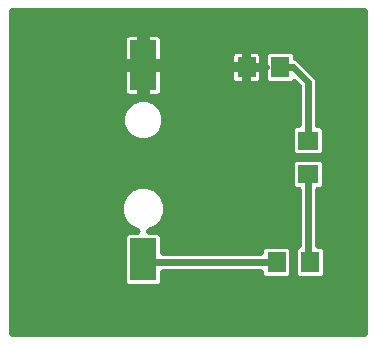
<source format=gbr>
G04 EAGLE Gerber RS-274X export*
G75*
%MOMM*%
%FSLAX34Y34*%
%LPD*%
%INTop Copper*%
%IPPOS*%
%AMOC8*
5,1,8,0,0,1.08239X$1,22.5*%
G01*
%ADD10R,2.300000X4.300000*%
%ADD11R,2.300000X3.660000*%
%ADD12R,1.600000X1.803000*%
%ADD13R,1.803000X1.600000*%
%ADD14C,0.609600*%
%ADD15C,0.406400*%

G36*
X326720Y241815D02*
X326720Y241815D01*
X326796Y241813D01*
X326965Y241835D01*
X327136Y241849D01*
X327210Y241867D01*
X327285Y241877D01*
X327449Y241926D01*
X327615Y241967D01*
X327684Y241997D01*
X327758Y242019D01*
X327911Y242095D01*
X328068Y242162D01*
X328132Y242203D01*
X328201Y242236D01*
X328340Y242335D01*
X328484Y242427D01*
X328541Y242478D01*
X328603Y242522D01*
X328724Y242642D01*
X328852Y242756D01*
X328900Y242815D01*
X328954Y242869D01*
X329055Y243007D01*
X329162Y243140D01*
X329199Y243206D01*
X329244Y243267D01*
X329321Y243420D01*
X329406Y243568D01*
X329432Y243640D01*
X329467Y243708D01*
X329518Y243871D01*
X329577Y244031D01*
X329592Y244106D01*
X329615Y244178D01*
X329627Y244283D01*
X329672Y244515D01*
X329679Y244751D01*
X329691Y244856D01*
X329691Y517144D01*
X329685Y517220D01*
X329687Y517296D01*
X329665Y517465D01*
X329651Y517636D01*
X329633Y517710D01*
X329623Y517785D01*
X329574Y517949D01*
X329533Y518115D01*
X329503Y518184D01*
X329481Y518258D01*
X329405Y518411D01*
X329338Y518568D01*
X329297Y518632D01*
X329264Y518701D01*
X329165Y518840D01*
X329073Y518984D01*
X329022Y519041D01*
X328978Y519103D01*
X328858Y519224D01*
X328744Y519352D01*
X328685Y519400D01*
X328631Y519454D01*
X328493Y519555D01*
X328360Y519662D01*
X328294Y519699D01*
X328233Y519744D01*
X328080Y519821D01*
X327932Y519906D01*
X327860Y519932D01*
X327792Y519967D01*
X327629Y520018D01*
X327469Y520077D01*
X327394Y520092D01*
X327322Y520115D01*
X327217Y520127D01*
X326985Y520172D01*
X326749Y520179D01*
X326644Y520191D01*
X28956Y520191D01*
X28880Y520185D01*
X28804Y520187D01*
X28635Y520165D01*
X28464Y520151D01*
X28390Y520133D01*
X28315Y520123D01*
X28151Y520074D01*
X27985Y520033D01*
X27916Y520003D01*
X27842Y519981D01*
X27689Y519905D01*
X27532Y519838D01*
X27468Y519797D01*
X27399Y519764D01*
X27260Y519665D01*
X27116Y519573D01*
X27059Y519522D01*
X26997Y519478D01*
X26876Y519358D01*
X26748Y519244D01*
X26700Y519185D01*
X26646Y519131D01*
X26545Y518993D01*
X26438Y518860D01*
X26401Y518794D01*
X26356Y518733D01*
X26279Y518580D01*
X26194Y518432D01*
X26168Y518360D01*
X26133Y518292D01*
X26082Y518129D01*
X26023Y517969D01*
X26008Y517894D01*
X25985Y517822D01*
X25973Y517717D01*
X25928Y517485D01*
X25921Y517249D01*
X25909Y517144D01*
X25909Y244856D01*
X25915Y244780D01*
X25913Y244704D01*
X25935Y244535D01*
X25949Y244364D01*
X25967Y244290D01*
X25977Y244215D01*
X26026Y244051D01*
X26067Y243885D01*
X26097Y243816D01*
X26119Y243742D01*
X26195Y243589D01*
X26262Y243432D01*
X26303Y243368D01*
X26336Y243299D01*
X26435Y243160D01*
X26527Y243016D01*
X26578Y242959D01*
X26622Y242897D01*
X26742Y242776D01*
X26856Y242648D01*
X26915Y242600D01*
X26969Y242546D01*
X27107Y242445D01*
X27240Y242338D01*
X27306Y242301D01*
X27367Y242256D01*
X27520Y242179D01*
X27668Y242094D01*
X27740Y242068D01*
X27808Y242033D01*
X27971Y241982D01*
X28131Y241923D01*
X28206Y241908D01*
X28278Y241885D01*
X28383Y241873D01*
X28615Y241828D01*
X28851Y241821D01*
X28956Y241809D01*
X326644Y241809D01*
X326720Y241815D01*
G37*
%LPC*%
G36*
X127148Y286404D02*
X127148Y286404D01*
X125659Y287893D01*
X125659Y326597D01*
X127148Y328086D01*
X134232Y328086D01*
X134374Y328097D01*
X134517Y328099D01*
X134620Y328117D01*
X134724Y328126D01*
X134863Y328160D01*
X135003Y328185D01*
X135102Y328219D01*
X135203Y328244D01*
X135334Y328301D01*
X135469Y328348D01*
X135560Y328398D01*
X135656Y328439D01*
X135776Y328515D01*
X135902Y328584D01*
X135984Y328648D01*
X136072Y328704D01*
X136179Y328799D01*
X136291Y328886D01*
X136362Y328963D01*
X136440Y329033D01*
X136530Y329144D01*
X136627Y329248D01*
X136685Y329335D01*
X136750Y329417D01*
X136821Y329540D01*
X136900Y329659D01*
X136943Y329755D01*
X136994Y329845D01*
X137044Y329979D01*
X137102Y330109D01*
X137130Y330210D01*
X137166Y330308D01*
X137193Y330448D01*
X137230Y330585D01*
X137241Y330689D01*
X137261Y330792D01*
X137265Y330934D01*
X137279Y331076D01*
X137273Y331181D01*
X137276Y331285D01*
X137257Y331426D01*
X137248Y331569D01*
X137225Y331670D01*
X137212Y331774D01*
X137170Y331911D01*
X137139Y332050D01*
X137099Y332146D01*
X137069Y332246D01*
X137006Y332375D01*
X136953Y332507D01*
X136898Y332596D01*
X136852Y332690D01*
X136770Y332806D01*
X136695Y332927D01*
X136627Y333007D01*
X136567Y333092D01*
X136467Y333193D01*
X136374Y333301D01*
X136293Y333369D01*
X136220Y333443D01*
X136105Y333527D01*
X135996Y333618D01*
X135927Y333656D01*
X135821Y333733D01*
X135434Y333929D01*
X135399Y333948D01*
X130262Y336076D01*
X125576Y340762D01*
X123039Y346886D01*
X123039Y353514D01*
X125576Y359638D01*
X130262Y364324D01*
X136386Y366861D01*
X143014Y366861D01*
X149138Y364324D01*
X153824Y359638D01*
X156361Y353514D01*
X156361Y346886D01*
X153824Y340762D01*
X149138Y336076D01*
X144001Y333948D01*
X143875Y333883D01*
X143744Y333827D01*
X143655Y333771D01*
X143562Y333723D01*
X143448Y333639D01*
X143328Y333562D01*
X143250Y333492D01*
X143165Y333430D01*
X143066Y333328D01*
X142960Y333233D01*
X142894Y333152D01*
X142821Y333077D01*
X142739Y332960D01*
X142650Y332849D01*
X142598Y332759D01*
X142538Y332673D01*
X142476Y332545D01*
X142406Y332421D01*
X142369Y332323D01*
X142324Y332228D01*
X142284Y332092D01*
X142234Y331958D01*
X142214Y331856D01*
X142184Y331755D01*
X142167Y331614D01*
X142139Y331474D01*
X142136Y331370D01*
X142123Y331266D01*
X142129Y331123D01*
X142124Y330981D01*
X142138Y330877D01*
X142142Y330773D01*
X142170Y330633D01*
X142188Y330492D01*
X142219Y330392D01*
X142239Y330289D01*
X142290Y330156D01*
X142331Y330019D01*
X142377Y329926D01*
X142414Y329828D01*
X142485Y329704D01*
X142548Y329576D01*
X142608Y329491D01*
X142661Y329401D01*
X142751Y329290D01*
X142833Y329174D01*
X142907Y329100D01*
X142973Y329019D01*
X143080Y328924D01*
X143180Y328823D01*
X143265Y328762D01*
X143343Y328692D01*
X143464Y328617D01*
X143579Y328533D01*
X143672Y328486D01*
X143761Y328430D01*
X143892Y328375D01*
X144019Y328310D01*
X144119Y328279D01*
X144215Y328238D01*
X144354Y328205D01*
X144490Y328162D01*
X144568Y328153D01*
X144695Y328123D01*
X145128Y328090D01*
X145168Y328086D01*
X152252Y328086D01*
X153741Y326597D01*
X153741Y313436D01*
X153747Y313360D01*
X153745Y313284D01*
X153767Y313115D01*
X153781Y312944D01*
X153799Y312870D01*
X153809Y312795D01*
X153858Y312631D01*
X153899Y312465D01*
X153929Y312396D01*
X153951Y312322D01*
X154027Y312169D01*
X154094Y312012D01*
X154135Y311948D01*
X154168Y311879D01*
X154267Y311740D01*
X154359Y311596D01*
X154410Y311539D01*
X154454Y311477D01*
X154574Y311356D01*
X154688Y311228D01*
X154747Y311180D01*
X154801Y311126D01*
X154939Y311025D01*
X155072Y310918D01*
X155138Y310881D01*
X155199Y310836D01*
X155352Y310759D01*
X155500Y310674D01*
X155572Y310648D01*
X155640Y310613D01*
X155803Y310562D01*
X155963Y310503D01*
X156038Y310488D01*
X156110Y310465D01*
X156215Y310453D01*
X156447Y310408D01*
X156683Y310401D01*
X156788Y310389D01*
X238892Y310389D01*
X238968Y310395D01*
X239044Y310393D01*
X239213Y310415D01*
X239384Y310429D01*
X239458Y310447D01*
X239533Y310457D01*
X239697Y310506D01*
X239863Y310547D01*
X239932Y310577D01*
X240006Y310599D01*
X240159Y310675D01*
X240316Y310742D01*
X240380Y310783D01*
X240449Y310816D01*
X240588Y310915D01*
X240732Y311007D01*
X240789Y311058D01*
X240851Y311102D01*
X240972Y311222D01*
X241100Y311336D01*
X241148Y311395D01*
X241202Y311449D01*
X241303Y311587D01*
X241410Y311720D01*
X241447Y311786D01*
X241492Y311847D01*
X241569Y312000D01*
X241654Y312148D01*
X241680Y312220D01*
X241715Y312288D01*
X241766Y312451D01*
X241825Y312611D01*
X241840Y312686D01*
X241863Y312758D01*
X241875Y312863D01*
X241920Y313095D01*
X241927Y313331D01*
X241939Y313436D01*
X241939Y314867D01*
X243428Y316356D01*
X261532Y316356D01*
X263021Y314867D01*
X263021Y294733D01*
X261532Y293244D01*
X243428Y293244D01*
X241939Y294733D01*
X241939Y296164D01*
X241933Y296240D01*
X241935Y296316D01*
X241913Y296485D01*
X241899Y296656D01*
X241881Y296730D01*
X241871Y296805D01*
X241822Y296969D01*
X241781Y297135D01*
X241751Y297204D01*
X241729Y297278D01*
X241653Y297431D01*
X241586Y297588D01*
X241545Y297652D01*
X241512Y297721D01*
X241413Y297860D01*
X241321Y298004D01*
X241270Y298061D01*
X241226Y298123D01*
X241106Y298244D01*
X240992Y298372D01*
X240933Y298420D01*
X240879Y298474D01*
X240741Y298575D01*
X240608Y298682D01*
X240542Y298719D01*
X240481Y298764D01*
X240328Y298841D01*
X240180Y298926D01*
X240108Y298952D01*
X240040Y298987D01*
X239877Y299038D01*
X239717Y299097D01*
X239642Y299112D01*
X239570Y299135D01*
X239465Y299147D01*
X239233Y299192D01*
X238997Y299199D01*
X238892Y299211D01*
X156788Y299211D01*
X156712Y299205D01*
X156636Y299207D01*
X156467Y299185D01*
X156296Y299171D01*
X156222Y299153D01*
X156147Y299143D01*
X155983Y299094D01*
X155817Y299053D01*
X155748Y299023D01*
X155674Y299001D01*
X155521Y298925D01*
X155364Y298858D01*
X155300Y298817D01*
X155231Y298784D01*
X155092Y298685D01*
X154948Y298593D01*
X154891Y298542D01*
X154829Y298498D01*
X154708Y298378D01*
X154580Y298264D01*
X154532Y298205D01*
X154478Y298151D01*
X154377Y298013D01*
X154270Y297880D01*
X154233Y297814D01*
X154188Y297753D01*
X154111Y297600D01*
X154026Y297452D01*
X154000Y297380D01*
X153965Y297312D01*
X153914Y297149D01*
X153855Y296989D01*
X153840Y296914D01*
X153817Y296842D01*
X153805Y296737D01*
X153760Y296505D01*
X153753Y296269D01*
X153741Y296164D01*
X153741Y287893D01*
X152252Y286404D01*
X127148Y286404D01*
G37*
%LPD*%
%LPC*%
G36*
X269333Y397379D02*
X269333Y397379D01*
X267844Y398868D01*
X267844Y416972D01*
X269333Y418461D01*
X270764Y418461D01*
X270840Y418467D01*
X270916Y418465D01*
X271085Y418487D01*
X271256Y418501D01*
X271330Y418519D01*
X271405Y418529D01*
X271569Y418578D01*
X271735Y418619D01*
X271804Y418649D01*
X271878Y418671D01*
X272031Y418747D01*
X272188Y418814D01*
X272252Y418855D01*
X272321Y418888D01*
X272460Y418987D01*
X272604Y419079D01*
X272661Y419130D01*
X272723Y419174D01*
X272844Y419294D01*
X272972Y419408D01*
X273020Y419467D01*
X273074Y419521D01*
X273175Y419659D01*
X273282Y419792D01*
X273319Y419858D01*
X273364Y419919D01*
X273441Y420072D01*
X273526Y420220D01*
X273552Y420292D01*
X273587Y420360D01*
X273638Y420523D01*
X273697Y420683D01*
X273712Y420758D01*
X273735Y420830D01*
X273747Y420935D01*
X273792Y421167D01*
X273799Y421403D01*
X273811Y421508D01*
X273811Y453623D01*
X273802Y453737D01*
X273803Y453851D01*
X273782Y453982D01*
X273771Y454115D01*
X273744Y454225D01*
X273726Y454338D01*
X273685Y454465D01*
X273653Y454593D01*
X273608Y454698D01*
X273572Y454807D01*
X273510Y454925D01*
X273458Y455047D01*
X273397Y455143D01*
X273344Y455244D01*
X273285Y455318D01*
X273193Y455463D01*
X272977Y455705D01*
X272919Y455778D01*
X269617Y459079D01*
X269559Y459129D01*
X269507Y459184D01*
X269371Y459288D01*
X269241Y459399D01*
X269176Y459438D01*
X269115Y459485D01*
X268965Y459565D01*
X268818Y459653D01*
X268748Y459682D01*
X268681Y459718D01*
X268519Y459773D01*
X268360Y459837D01*
X268286Y459853D01*
X268214Y459878D01*
X268045Y459906D01*
X267879Y459943D01*
X267803Y459948D01*
X267728Y459960D01*
X267557Y459961D01*
X267386Y459971D01*
X267310Y459963D01*
X267234Y459963D01*
X267065Y459937D01*
X266896Y459919D01*
X266822Y459899D01*
X266747Y459887D01*
X266584Y459833D01*
X266420Y459788D01*
X266351Y459756D01*
X266278Y459732D01*
X266127Y459654D01*
X265971Y459582D01*
X265908Y459540D01*
X265841Y459505D01*
X265758Y459439D01*
X265562Y459307D01*
X265390Y459145D01*
X265307Y459079D01*
X264572Y458344D01*
X246468Y458344D01*
X244979Y459833D01*
X244979Y479967D01*
X246468Y481456D01*
X264572Y481456D01*
X266061Y479967D01*
X266061Y478250D01*
X266078Y478032D01*
X266092Y477814D01*
X266098Y477787D01*
X266101Y477758D01*
X266153Y477546D01*
X266202Y477334D01*
X266213Y477307D01*
X266219Y477280D01*
X266306Y477079D01*
X266388Y476877D01*
X266403Y476852D01*
X266414Y476826D01*
X266531Y476642D01*
X266645Y476456D01*
X266664Y476434D01*
X266679Y476410D01*
X266824Y476248D01*
X266967Y476082D01*
X266989Y476064D01*
X267008Y476042D01*
X267178Y475905D01*
X267345Y475765D01*
X267365Y475753D01*
X267392Y475732D01*
X267820Y475488D01*
X267896Y475460D01*
X267942Y475435D01*
X269866Y474638D01*
X284138Y460366D01*
X284989Y458312D01*
X284989Y421508D01*
X284993Y421456D01*
X284993Y421444D01*
X284995Y421427D01*
X284993Y421356D01*
X285015Y421187D01*
X285029Y421016D01*
X285047Y420942D01*
X285057Y420867D01*
X285106Y420703D01*
X285147Y420537D01*
X285177Y420468D01*
X285199Y420394D01*
X285275Y420241D01*
X285342Y420084D01*
X285383Y420020D01*
X285416Y419951D01*
X285515Y419812D01*
X285607Y419668D01*
X285658Y419611D01*
X285702Y419549D01*
X285822Y419428D01*
X285936Y419300D01*
X285995Y419252D01*
X286049Y419198D01*
X286187Y419097D01*
X286320Y418990D01*
X286386Y418953D01*
X286447Y418908D01*
X286600Y418831D01*
X286748Y418746D01*
X286820Y418720D01*
X286888Y418685D01*
X287051Y418634D01*
X287211Y418575D01*
X287286Y418560D01*
X287358Y418537D01*
X287463Y418525D01*
X287695Y418480D01*
X287931Y418473D01*
X288036Y418461D01*
X289467Y418461D01*
X290956Y416972D01*
X290956Y398868D01*
X289467Y397379D01*
X269333Y397379D01*
G37*
%LPD*%
%LPC*%
G36*
X271868Y293244D02*
X271868Y293244D01*
X270379Y294733D01*
X270379Y314867D01*
X272271Y316759D01*
X272321Y316783D01*
X272460Y316882D01*
X272604Y316974D01*
X272661Y317025D01*
X272723Y317069D01*
X272844Y317189D01*
X272972Y317303D01*
X273020Y317362D01*
X273074Y317416D01*
X273175Y317554D01*
X273282Y317687D01*
X273319Y317753D01*
X273364Y317814D01*
X273441Y317967D01*
X273526Y318115D01*
X273552Y318187D01*
X273587Y318255D01*
X273638Y318418D01*
X273697Y318578D01*
X273712Y318653D01*
X273735Y318725D01*
X273747Y318830D01*
X273792Y319062D01*
X273799Y319298D01*
X273811Y319403D01*
X273811Y365892D01*
X273805Y365968D01*
X273807Y366044D01*
X273785Y366213D01*
X273771Y366384D01*
X273753Y366458D01*
X273743Y366533D01*
X273694Y366697D01*
X273653Y366863D01*
X273623Y366932D01*
X273601Y367006D01*
X273525Y367159D01*
X273458Y367316D01*
X273417Y367380D01*
X273384Y367449D01*
X273285Y367588D01*
X273193Y367732D01*
X273142Y367789D01*
X273098Y367851D01*
X272978Y367972D01*
X272864Y368100D01*
X272805Y368148D01*
X272751Y368202D01*
X272613Y368303D01*
X272480Y368410D01*
X272414Y368447D01*
X272353Y368492D01*
X272200Y368569D01*
X272052Y368654D01*
X271980Y368680D01*
X271912Y368715D01*
X271749Y368766D01*
X271589Y368825D01*
X271514Y368840D01*
X271442Y368863D01*
X271337Y368875D01*
X271105Y368920D01*
X270869Y368927D01*
X270764Y368939D01*
X269333Y368939D01*
X267844Y370428D01*
X267844Y388532D01*
X269333Y390021D01*
X289467Y390021D01*
X290956Y388532D01*
X290956Y370428D01*
X289467Y368939D01*
X288036Y368939D01*
X287960Y368933D01*
X287884Y368935D01*
X287715Y368913D01*
X287544Y368899D01*
X287470Y368881D01*
X287395Y368871D01*
X287231Y368822D01*
X287065Y368781D01*
X286996Y368751D01*
X286922Y368729D01*
X286769Y368653D01*
X286612Y368586D01*
X286548Y368545D01*
X286479Y368512D01*
X286340Y368413D01*
X286196Y368321D01*
X286139Y368270D01*
X286077Y368226D01*
X285956Y368106D01*
X285828Y367992D01*
X285780Y367933D01*
X285726Y367879D01*
X285625Y367741D01*
X285518Y367608D01*
X285481Y367542D01*
X285436Y367481D01*
X285359Y367328D01*
X285274Y367180D01*
X285248Y367108D01*
X285213Y367040D01*
X285162Y366877D01*
X285103Y366717D01*
X285088Y366642D01*
X285065Y366570D01*
X285053Y366465D01*
X285008Y366233D01*
X285001Y365997D01*
X284989Y365892D01*
X284989Y319403D01*
X284995Y319327D01*
X284993Y319251D01*
X285015Y319082D01*
X285029Y318911D01*
X285047Y318837D01*
X285057Y318762D01*
X285106Y318598D01*
X285147Y318432D01*
X285177Y318363D01*
X285199Y318289D01*
X285275Y318136D01*
X285342Y317979D01*
X285383Y317915D01*
X285416Y317846D01*
X285515Y317707D01*
X285607Y317563D01*
X285658Y317506D01*
X285702Y317444D01*
X285822Y317323D01*
X285936Y317195D01*
X285995Y317147D01*
X286049Y317093D01*
X286187Y316992D01*
X286320Y316885D01*
X286386Y316848D01*
X286447Y316803D01*
X286600Y316726D01*
X286748Y316641D01*
X286820Y316615D01*
X286888Y316580D01*
X287051Y316529D01*
X287211Y316470D01*
X287286Y316455D01*
X287358Y316432D01*
X287463Y316420D01*
X287695Y316375D01*
X287931Y316368D01*
X288036Y316356D01*
X289972Y316356D01*
X291461Y314867D01*
X291461Y294733D01*
X289972Y293244D01*
X271868Y293244D01*
G37*
%LPD*%
%LPC*%
G36*
X136684Y410039D02*
X136684Y410039D01*
X131112Y412347D01*
X126847Y416612D01*
X124539Y422184D01*
X124539Y428216D01*
X126847Y433788D01*
X131112Y438053D01*
X136684Y440361D01*
X142716Y440361D01*
X148288Y438053D01*
X152553Y433788D01*
X154861Y428216D01*
X154861Y422184D01*
X152553Y416612D01*
X148288Y412347D01*
X142716Y410039D01*
X136684Y410039D01*
G37*
%LPD*%
%LPC*%
G36*
X145449Y477407D02*
X145449Y477407D01*
X145449Y495699D01*
X151535Y495699D01*
X152181Y495526D01*
X152760Y495191D01*
X153233Y494718D01*
X153568Y494139D01*
X153741Y493493D01*
X153741Y477407D01*
X145449Y477407D01*
G37*
%LPD*%
%LPC*%
G36*
X145449Y447617D02*
X145449Y447617D01*
X145449Y465909D01*
X153741Y465909D01*
X153741Y449823D01*
X153568Y449177D01*
X153233Y448598D01*
X152760Y448125D01*
X152181Y447790D01*
X151535Y447617D01*
X145449Y447617D01*
G37*
%LPD*%
%LPC*%
G36*
X125659Y477407D02*
X125659Y477407D01*
X125659Y493493D01*
X125832Y494139D01*
X126167Y494718D01*
X126640Y495191D01*
X127219Y495526D01*
X127865Y495699D01*
X133951Y495699D01*
X133951Y477407D01*
X125659Y477407D01*
G37*
%LPD*%
%LPC*%
G36*
X127865Y447617D02*
X127865Y447617D01*
X127219Y447790D01*
X126640Y448125D01*
X126167Y448598D01*
X125832Y449177D01*
X125659Y449823D01*
X125659Y465909D01*
X133951Y465909D01*
X133951Y447617D01*
X127865Y447617D01*
G37*
%LPD*%
%LPC*%
G36*
X231079Y473899D02*
X231079Y473899D01*
X231079Y481456D01*
X235415Y481456D01*
X236061Y481283D01*
X236640Y480948D01*
X237113Y480475D01*
X237448Y479896D01*
X237621Y479250D01*
X237621Y473899D01*
X231079Y473899D01*
G37*
%LPD*%
%LPC*%
G36*
X231079Y458344D02*
X231079Y458344D01*
X231079Y465901D01*
X237621Y465901D01*
X237621Y460550D01*
X237448Y459904D01*
X237113Y459325D01*
X236640Y458852D01*
X236061Y458517D01*
X235415Y458344D01*
X231079Y458344D01*
G37*
%LPD*%
%LPC*%
G36*
X216539Y473899D02*
X216539Y473899D01*
X216539Y479250D01*
X216712Y479896D01*
X217047Y480475D01*
X217520Y480948D01*
X218099Y481283D01*
X218745Y481456D01*
X223081Y481456D01*
X223081Y473899D01*
X216539Y473899D01*
G37*
%LPD*%
%LPC*%
G36*
X218745Y458344D02*
X218745Y458344D01*
X218099Y458517D01*
X217520Y458852D01*
X217047Y459325D01*
X216712Y459904D01*
X216539Y460550D01*
X216539Y465901D01*
X223081Y465901D01*
X223081Y458344D01*
X218745Y458344D01*
G37*
%LPD*%
D10*
X139700Y471658D03*
D11*
X139700Y307245D03*
D12*
X252480Y304800D03*
X280920Y304800D03*
D13*
X279400Y407920D03*
X279400Y379480D03*
D12*
X255520Y469900D03*
X227080Y469900D03*
D14*
X139700Y307245D02*
X142145Y304800D01*
X252480Y304800D01*
X279400Y306320D02*
X280920Y304800D01*
X279400Y306320D02*
X279400Y379480D01*
X279400Y407920D02*
X279400Y457200D01*
X266700Y469900D01*
X255520Y469900D01*
D15*
X226842Y471658D02*
X139700Y471658D01*
X226842Y471658D02*
X228600Y469900D01*
X243964Y469900D01*
D14*
X227080Y469900D02*
X225322Y471658D01*
X139700Y471658D01*
M02*

</source>
